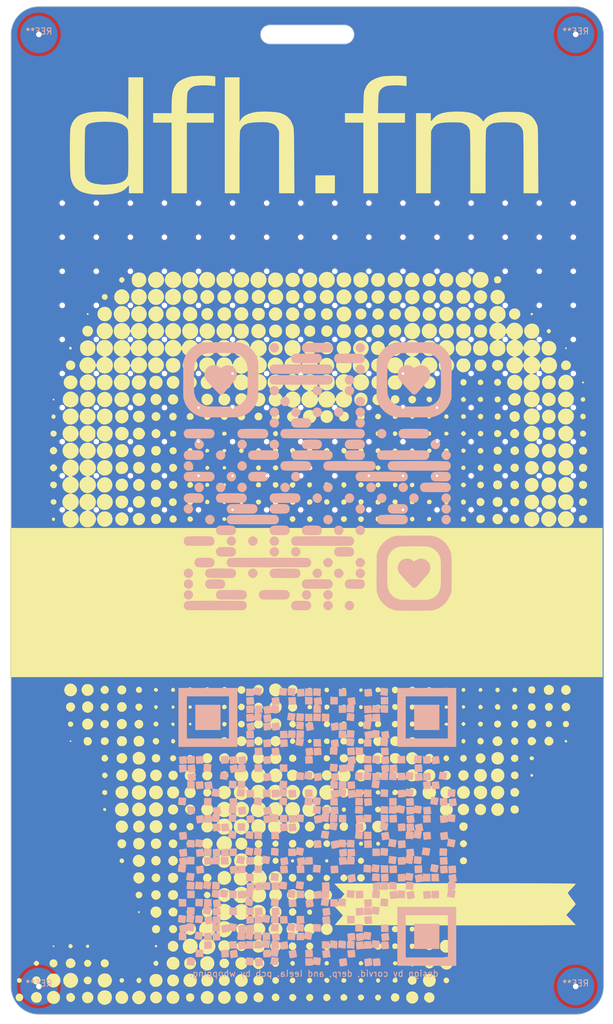
<source format=kicad_pcb>
(kicad_pcb (version 20221018) (generator pcbnew)
  (layers (0 "F.Cu" signal) (31 "B.Cu" signal) (34 "B.Paste" user) (35 "F.Paste" user) (36 "B.SilkS" user "B.Silkscreen") (37 "F.SilkS" user "F.Silkscreen") (38 "B.Mask" user) (39 "F.Mask" user) (44 "Edge.Cuts" user))
  (net 0 "")
  (footprint "footprints:tiny_hole" (layer "F.Cu") (at 123.7 75.05)
    (fp_text reference "REF**" hide)
    (fp_text value "tiny_hole" hide)
    (pad "" np_thru_hole circle (at 0 0) (size 0.4 0.4) (drill 0.4) (layers "F&B.Cu" "*.Mask"))
  )
  (footprint "footprints:tiny_hole" (layer "F.Cu") (at 58 58.625)
    (fp_text reference "REF**" hide)
    (fp_text value "tiny_hole" hide)
    (pad "" np_thru_hole circle (at 0 0) (size 0.4 0.4) (drill 0.4) (layers "F&B.Cu" "*.Mask"))
  )
  (footprint "footprints:tiny_hole" (layer "F.Cu") (at 112.75 64.1)
    (fp_text reference "REF**" hide)
    (fp_text value "tiny_hole" hide)
    (pad "" np_thru_hole circle (at 0 0) (size 0.4 0.4) (drill 0.4) (layers "F&B.Cu" "*.Mask"))
  )
  (footprint "footprints:tiny_hole" (layer "F.Cu") (at 90.85 80.525)
    (fp_text reference "REF**" hide)
    (fp_text value "tiny_hole" hide)
    (pad "" np_thru_hole circle (at 0 0) (size 0.4 0.4) (drill 0.4) (layers "F&B.Cu" "*.Mask"))
  )
  (footprint "footprints:tiny_hole" (layer "F.Cu") (at 129.175 69.575)
    (fp_text reference "REF**" hide)
    (fp_text value "tiny_hole" hide)
    (pad "" np_thru_hole circle (at 0 0) (size 0.4 0.4) (drill 0.4) (layers "F&B.Cu" "*.Mask"))
  )
  (footprint "footprints:tiny_hole" (layer "F.Cu") (at 85.375 102.425)
    (fp_text reference "REF**" hide)
    (fp_text value "tiny_hole" hide)
    (pad "" np_thru_hole circle (at 0 0) (size 0.4 0.4) (drill 0.4) (layers "F&B.Cu" "*.Mask"))
  )
  (footprint "footprints:tiny_hole" (layer "F.Cu") (at 63.475 80.525)
    (fp_text reference "REF**" hide)
    (fp_text value "tiny_hole" hide)
    (pad "" np_thru_hole circle (at 0 0) (size 0.4 0.4) (drill 0.4) (layers "F&B.Cu" "*.Mask"))
  )
  (footprint "footprints:tiny_hole" (layer "F.Cu") (at 74.425 86)
    (fp_text reference "REF**" hide)
    (fp_text value "tiny_hole" hide)
    (pad "" np_thru_hole circle (at 0 0) (size 0.4 0.4) (drill 0.4) (layers "F&B.Cu" "*.Mask"))
  )
  (footprint "footprints:tiny_hole" (layer "F.Cu") (at 79.9 86)
    (fp_text reference "REF**" hide)
    (fp_text value "tiny_hole" hide)
    (pad "" np_thru_hole circle (at 0 0) (size 0.4 0.4) (drill 0.4) (layers "F&B.Cu" "*.Mask"))
  )
  (footprint "footprints:tiny_hole" (layer "F.Cu") (at 96.325 102.425)
    (fp_text reference "REF**" hide)
    (fp_text value "tiny_hole" hide)
    (pad "" np_thru_hole circle (at 0 0) (size 0.4 0.4) (drill 0.4) (layers "F&B.Cu" "*.Mask"))
  )
  (footprint "footprints:tiny_hole" (layer "F.Cu") (at 96.325 75.05)
    (fp_text reference "REF**" hide)
    (fp_text value "tiny_hole" hide)
    (pad "" np_thru_hole circle (at 0 0) (size 0.4 0.4) (drill 0.4) (layers "F&B.Cu" "*.Mask"))
  )
  (footprint "footprints:tiny_hole" (layer "F.Cu") (at 68.95 107.9)
    (fp_text reference "REF**" hide)
    (fp_text value "tiny_hole" hide)
    (pad "" np_thru_hole circle (at 0 0) (size 0.4 0.4) (drill 0.4) (layers "F&B.Cu" "*.Mask"))
  )
  (footprint "footprints:tiny_hole" (layer "F.Cu") (at 90.85 69.575)
    (fp_text reference "REF**" hide)
    (fp_text value "tiny_hole" hide)
    (pad "" np_thru_hole circle (at 0 0) (size 0.4 0.4) (drill 0.4) (layers "F&B.Cu" "*.Mask"))
  )
  (footprint "footprints:tiny_hole" (layer "F.Cu") (at 101.8 75.05)
    (fp_text reference "REF**" hide)
    (fp_text value "tiny_hole" hide)
    (pad "" np_thru_hole circle (at 0 0) (size 0.4 0.4) (drill 0.4) (layers "F&B.Cu" "*.Mask"))
  )
  (footprint "footprints:tiny_hole" (layer "F.Cu") (at 96.325 58.625)
    (fp_text reference "REF**" hide)
    (fp_text value "tiny_hole" hide)
    (pad "" np_thru_hole circle (at 0 0) (size 0.4 0.4) (drill 0.4) (layers "F&B.Cu" "*.Mask"))
  )
  (footprint "footprints:tiny_hole" (layer "F.Cu") (at 85.375 91.475)
    (fp_text reference "REF**" hide)
    (fp_text value "tiny_hole" hide)
    (pad "" np_thru_hole circle (at 0 0) (size 0.4 0.4) (drill 0.4) (layers "F&B.Cu" "*.Mask"))
  )
  (footprint "footprints:tiny_hole" (layer "F.Cu") (at 118.225 96.95)
    (fp_text reference "REF**" hide)
    (fp_text value "tiny_hole" hide)
    (pad "" np_thru_hole circle (at 0 0) (size 0.4 0.4) (drill 0.4) (layers "F&B.Cu" "*.Mask"))
  )
  (footprint "footprints:tiny_hole" (layer "F.Cu") (at 118.225 102.425)
    (fp_text reference "REF**" hide)
    (fp_text value "tiny_hole" hide)
    (pad "" np_thru_hole circle (at 0 0) (size 0.4 0.4) (drill 0.4) (layers "F&B.Cu" "*.Mask"))
  )
  (footprint "footprints:tiny_hole" (layer "F.Cu") (at 129.175 58.625)
    (fp_text reference "REF**" hide)
    (fp_text value "tiny_hole" hide)
    (pad "" np_thru_hole circle (at 0 0) (size 0.4 0.4) (drill 0.4) (layers "F&B.Cu" "*.Mask"))
  )
  (footprint "footprints:tiny_hole" (layer "F.Cu") (at 85.375 107.9)
    (fp_text reference "REF**" hide)
    (fp_text value "tiny_hole" hide)
    (pad "" np_thru_hole circle (at 0 0) (size 0.4 0.4) (drill 0.4) (layers "F&B.Cu" "*.Mask"))
  )
  (footprint "footprints:tiny_hole" (layer "F.Cu") (at 79.9 64.1)
    (fp_text reference "REF**" hide)
    (fp_text value "tiny_hole" hide)
    (pad "" np_thru_hole circle (at 0 0) (size 0.4 0.4) (drill 0.4) (layers "F&B.Cu" "*.Mask"))
  )
  (footprint "footprints:tiny_hole" (layer "F.Cu") (at 90.85 102.425)
    (fp_text reference "REF**" hide)
    (fp_text value "tiny_hole" hide)
    (pad "" np_thru_hole circle (at 0 0) (size 0.4 0.4) (drill 0.4) (layers "F&B.Cu" "*.Mask"))
  )
  (footprint "footprints:tiny_hole" (layer "F.Cu") (at 74.425 107.9)
    (fp_text reference "REF**" hide)
    (fp_text value "tiny_hole" hide)
    (pad "" np_thru_hole circle (at 0 0) (size 0.4 0.4) (drill 0.4) (layers "F&B.Cu" "*.Mask"))
  )
  (footprint "footprints:tiny_hole" (layer "F.Cu") (at 107.275 58.625)
    (fp_text reference "REF**" hide)
    (fp_text value "tiny_hole" hide)
    (pad "" np_thru_hole circle (at 0 0) (size 0.4 0.4) (drill 0.4) (layers "F&B.Cu" "*.Mask"))
  )
  (footprint "footprints:tiny_hole" (layer "F.Cu") (at 134.65 64.1)
    (fp_text reference "REF**" hide)
    (fp_text value "tiny_hole" hide)
    (pad "" np_thru_hole circle (at 0 0) (size 0.4 0.4) (drill 0.4) (layers "F&B.Cu" "*.Mask"))
  )
  (footprint "footprints:tiny_hole" (layer "F.Cu") (at 85.375 96.95)
    (fp_text reference "REF**" hide)
    (fp_text value "tiny_hole" hide)
    (pad "" np_thru_hole circle (at 0 0) (size 0.4 0.4) (drill 0.4) (layers "F&B.Cu" "*.Mask"))
  )
  (footprint "footprints:tiny_hole" (layer "F.Cu") (at 123.7 64.1)
    (fp_text reference "REF**" hide)
    (fp_text value "tiny_hole" hide)
    (pad "" np_thru_hole circle (at 0 0) (size 0.4 0.4) (drill 0.4) (layers "F&B.Cu" "*.Mask"))
  )
  (footprint "footprints:tiny_hole" (layer "F.Cu") (at 90.85 91.475)
    (fp_text reference "REF**" hide)
    (fp_text value "tiny_hole" hide)
    (pad "" np_thru_hole circle (at 0 0) (size 0.4 0.4) (drill 0.4) (layers "F&B.Cu" "*.Mask"))
  )
  (footprint "footprints:tiny_hole" (layer "F.Cu") (at 134.65 86)
    (fp_text reference "REF**" hide)
    (fp_text value "tiny_hole" hide)
    (pad "" np_thru_hole circle (at 0 0) (size 0.4 0.4) (drill 0.4) (layers "F&B.Cu" "*.Mask"))
  )
  (footprint "footprints:tiny_hole" (layer "F.Cu") (at 79.9 102.425)
    (fp_text reference "REF**" hide)
    (fp_text value "tiny_hole" hide)
    (pad "" np_thru_hole circle (at 0 0) (size 0.4 0.4) (drill 0.4) (layers "F&B.Cu" "*.Mask"))
  )
  (footprint "footprints:tiny_hole" (layer "F.Cu") (at 63.475 58.625)
    (fp_text reference "REF**" hide)
    (fp_text value "tiny_hole" hide)
    (pad "" np_thru_hole circle (at 0 0) (size 0.4 0.4) (drill 0.4) (layers "F&B.Cu" "*.Mask"))
  )
  (footprint "footprints:silkscreen" (layer "F.Cu") (at 97.243019 112.755519)
    (fp_text reference "G***" (at 0 0) (layer "F.SilkS") (effects (font (size 1.5 1.5) (thickness 0.3))))
    (fp_text value "LOGO" hide)
  )
  (footprint "footprints:tiny_hole" (layer "F.Cu") (at 129.175 91.475)
    (fp_text reference "REF**" hide)
    (fp_text value "tiny_hole" hide)
    (pad "" np_thru_hole circle (at 0 0) (size 0.4 0.4) (drill 0.4) (layers "F&B.Cu" "*.Mask"))
  )
  (footprint "footprints:tiny_hole" (layer "F.Cu") (at 123.7 91.475)
    (fp_text reference "REF**" hide)
    (fp_text value "tiny_hole" hide)
    (pad "" np_thru_hole circle (at 0 0) (size 0.4 0.4) (drill 0.4) (layers "F&B.Cu" "*.Mask"))
  )
  (footprint "footprints:tiny_hole" (layer "F.Cu") (at 129.175 96.95)
    (fp_text reference "REF**" hide)
    (fp_text value "tiny_hole" hide)
    (pad "" np_thru_hole circle (at 0 0) (size 0.4 0.4) (drill 0.4) (layers "F&B.Cu" "*.Mask"))
  )
  (footprint "footprints:tiny_hole" (layer "F.Cu") (at 107.275 102.425)
    (fp_text reference "REF**" hide)
    (fp_text value "tiny_hole" hide)
    (pad "" np_thru_hole circle (at 0 0) (size 0.4 0.4) (drill 0.4) (layers "F&B.Cu" "*.Mask"))
  )
  (footprint "footprints:tiny_hole" (layer "F.Cu") (at 118.225 107.9)
    (fp_text reference "REF**" hide)
    (fp_text value "tiny_hole" hide)
    (pad "" np_thru_hole circle (at 0 0) (size 0.4 0.4) (drill 0.4) (layers "F&B.Cu" "*.Mask"))
  )
  (footprint "footprints:tiny_hole" (layer "F.Cu") (at 107.275 80.525)
    (fp_text reference "REF**" hide)
    (fp_text value "tiny_hole" hide)
    (pad "" np_thru_hole circle (at 0 0) (size 0.4 0.4) (drill 0.4) (layers "F&B.Cu" "*.Mask"))
  )
  (footprint "footprints:tiny_hole" (layer "F.Cu") (at 140.125 96.95)
    (fp_text reference "REF**" hide)
    (fp_text value "tiny_hole" hide)
    (pad "" np_thru_hole circle (at 0 0) (size 0.4 0.4) (drill 0.4) (layers "F&B.Cu" "*.Mask"))
  )
  (footprint "footprints:tiny_hole" (layer "F.Cu") (at 101.8 80.525)
    (fp_text reference "REF**" hide)
    (fp_text value "tiny_hole" hide)
    (pad "" np_thru_hole circle (at 0 0) (size 0.4 0.4) (drill 0.4) (layers "F&B.Cu" "*.Mask"))
  )
  (footprint "footprints:tiny_hole" (layer "F.Cu") (at 101.8 91.475)
    (fp_text reference "REF**" hide)
    (fp_text value "tiny_hole" hide)
    (pad "" np_thru_hole circle (at 0 0) (size 0.4 0.4) (drill 0.4) (layers "F&B.Cu" "*.Mask"))
  )
  (footprint "footprints:tiny_hole" (layer "F.Cu") (at 134.65 107.9)
    (fp_text reference "REF**" hide)
    (fp_text value "tiny_hole" hide)
    (pad "" np_thru_hole circle (at 0 0) (size 0.4 0.4) (drill 0.4) (layers "F&B.Cu" "*.Mask"))
  )
  (footprint "footprints:tiny_hole" (layer "F.Cu") (at 129.175 64.1)
    (fp_text reference "REF**" hide)
    (fp_text value "tiny_hole" hide)
    (pad "" np_thru_hole circle (at 0 0) (size 0.4 0.4) (drill 0.4) (layers "F&B.Cu" "*.Mask"))
  )
  (footprint "footprints:tiny_hole" (layer "F.Cu") (at 68.95 64.1)
    (fp_text reference "REF**" hide)
    (fp_text value "tiny_hole" hide)
    (pad "" np_thru_hole circle (at 0 0) (size 0.4 0.4) (drill 0.4) (layers "F&B.Cu" "*.Mask"))
  )
  (footprint "footprints:tiny_hole" (layer "F.Cu") (at 90.85 96.95)
    (fp_text reference "REF**" hide)
    (fp_text value "tiny_hole" hide)
    (pad "" np_thru_hole circle (at 0 0) (size 0.4 0.4) (drill 0.4) (layers "F&B.Cu" "*.Mask"))
  )
  (footprint "footprints:tiny_hole" (layer "F.Cu") (at 90.85 107.9)
    (fp_text reference "REF**" hide)
    (fp_text value "tiny_hole" hide)
    (pad "" np_thru_hole circle (at 0 0) (size 0.4 0.4) (drill 0.4) (layers "F&B.Cu" "*.Mask"))
  )
  (footprint "footprints:tiny_hole" (layer "F.Cu") (at 134.65 102.425)
    (fp_text reference "REF**" hide)
    (fp_text value "tiny_hole" hide)
    (pad "" np_thru_hole circle (at 0 0) (size 0.4 0.4) (drill 0.4) (layers "F&B.Cu" "*.Mask"))
  )
  (footprint "footprints:tiny_hole" (layer "F.Cu") (at 123.7 58.625)
    (fp_text reference "REF**" hide)
    (fp_text value "tiny_hole" hide)
    (pad "" np_thru_hole circle (at 0 0) (size 0.4 0.4) (drill 0.4) (layers "F&B.Cu" "*.Mask"))
  )
  (footprint "footprints:tiny_hole" (layer "F.Cu") (at 79.9 96.95)
    (fp_text reference "REF**" hide)
    (fp_text value "tiny_hole" hide)
    (pad "" np_thru_hole circle (at 0 0) (size 0.4 0.4) (drill 0.4) (layers "F&B.Cu" "*.Mask"))
  )
  (footprint "footprints:tiny_hole" (layer "F.Cu") (at 96.325 96.95)
    (fp_text reference "REF**" hide)
    (fp_text value "tiny_hole" hide)
    (pad "" np_thru_hole circle (at 0 0) (size 0.4 0.4) (drill 0.4) (layers "F&B.Cu" "*.Mask"))
  )
  (footprint "footprints:tiny_hole" (layer "F.Cu") (at 140.125 107.9)
    (fp_text reference "REF**" hide)
    (fp_text value "tiny_hole" hide)
    (pad "" np_thru_hole circle (at 0 0) (size 0.4 0.4) (drill 0.4) (layers "F&B.Cu" "*.Mask"))
  )
  (footprint "footprints:tiny_hole" (layer "F.Cu") (at 63.475 102.425)
    (fp_text reference "REF**" hide)
    (fp_text value "tiny_hole" hide)
    (pad "" np_thru_hole circle (at 0 0) (size 0.4 0.4) (drill 0.4) (layers "F&B.Cu" "*.Mask"))
  )
  (footprint "footprints:tiny_hole" (layer "F.Cu") (at 58 75.05)
    (fp_text reference "REF**" hide)
    (fp_text value "tiny_hole" hide)
    (pad "" np_thru_hole circle (at 0 0) (size 0.4 0.4) (drill 0.4) (layers "F&B.Cu" "*.Mask"))
  )
  (footprint "footprints:tiny_hole" (layer "F.Cu") (at 74.425 102.425)
    (fp_text reference "REF**" hide)
    (fp_text value "tiny_hole" hide)
    (pad "" np_thru_hole circle (at 0 0) (size 0.4 0.4) (drill 0.4) (layers "F&B.Cu" "*.Mask"))
  )
  (footprint "footprints:tiny_hole" (layer "F.Cu") (at 74.425 75.05)
    (fp_text reference "REF**" hide)
    (fp_text value "tiny_hole" hide)
    (pad "" np_thru_hole circle (at 0 0) (size 0.4 0.4) (drill 0.4) (layers "F&B.Cu" "*.Mask"))
  )
  (footprint "footprints:tiny_hole" (layer "F.Cu") (at 85.375 64.1)
    (fp_text reference "REF**" hide)
    (fp_text value "tiny_hole" hide)
    (pad "" np_thru_hole circle (at 0 0) (size 0.4 0.4) (drill 0.4) (layers "F&B.Cu" "*.Mask"))
  )
  (footprint "footprints:tiny_hole" (layer "F.Cu") (at 112.75 58.625)
    (fp_text reference "REF**" hide)
    (fp_text value "tiny_hole" hide)
    (pad "" np_thru_hole circle (at 0 0) (size 0.4 0.4) (drill 0.4) (layers "F&B.Cu" "*.Mask"))
  )
  (footprint "footprints:tiny_hole" (layer "F.Cu") (at 74.425 91.475)
    (fp_text reference "REF**" hide)
    (fp_text value "tiny_hole" hide)
    (pad "" np_thru_hole circle (at 0 0) (size 0.4 0.4) (drill 0.4) (layers "F&B.Cu" "*.Mask"))
  )
  (footprint "footprints:tiny_hole" (layer "F.Cu") (at 63.475 75.05)
    (fp_text reference "REF**" hide)
    (fp_text value "tiny_hole" hide)
    (pad "" np_thru_hole circle (at 0 0) (size 0.4 0.4) (drill 0.4) (layers "F&B.Cu" "*.Mask"))
  )
  (footprint "footprints:tiny_hole" (layer "F.Cu") (at 68.95 102.425)
    (fp_text reference "REF**" hide)
    (fp_text value "tiny_hole" hide)
    (pad "" np_thru_hole circle (at 0 0) (size 0.4 0.4) (drill 0.4) (layers "F&B.Cu" "*.Mask"))
  )
  (footprint "footprints:tiny_hole" (layer "F.Cu") (at 134.65 58.625)
    (fp_text reference "REF**" hide)
    (fp_text value "tiny_hole" hide)
    (pad "" np_thru_hole circle (at 0 0) (size 0.4 0.4) (drill 0.4) (layers "F&B.Cu" "*.Mask"))
  )
  (footprint "footprints:tiny_hole" (layer "F.Cu") (at 58 107.9)
    (fp_text reference "REF**" hide)
    (fp_text value "tiny_hole" hide)
    (pad "" np_thru_hole circle (at 0 0) (size 0.4 0.4) (drill 0.4) (layers "F&B.Cu" "*.Mask"))
  )
  (footprint "footprints:tiny_hole" (layer "F.Cu") (at 140.125 86)
    (fp_text reference "REF**" hide)
    (fp_text value "tiny_hole" hide)
    (pad "" np_thru_hole circle (at 0 0) (size 0.4 0.4) (drill 0.4) (layers "F&B.Cu" "*.Mask"))
  )
  (footprint "footprints:tiny_hole" (layer "F.Cu") (at 96.325 107.9)
    (fp_text reference "REF**" hide)
    (fp_text value "tiny_hole" hide)
    (pad "" np_thru_hole circle (at 0 0) (size 0.4 0.4) (drill 0.4) (layers "F&B.Cu" "*.Mask"))
  )
  (footprint "footprints:tiny_hole" (layer "F.Cu") (at 107.275 86)
    (fp_text reference "REF**" hide)
    (fp_text value "tiny_hole" hide)
    (pad "" np_thru_hole circle (at 0 0) (size 0.4 0.4) (drill 0.4) (layers "F&B.Cu" "*.Mask"))
  )
  (footprint "footprints:tiny_hole" (layer "F.Cu") (at 129.175 86)
    (fp_text reference "REF**" hide)
    (fp_text value "tiny_hole" hide)
    (pad "" np_thru_hole circle (at 0 0) (size 0.4 0.4) (drill 0.4) (layers "F&B.Cu" "*.Mask"))
  )
  (footprint "footprints:tiny_hole" (layer "F.Cu") (at 90.85 58.625)
    (fp_text reference "REF**" hide)
    (fp_text value "tiny_hole" hide)
    (pad "" np_thru_hole circle (at 0 0) (size 0.4 0.4) (drill 0.4) (layers "F&B.Cu" "*.Mask"))
  )
  (footprint "footprints:tiny_hole" (layer "F.Cu") (at 123.7 107.9)
    (fp_text reference "REF**" hide)
    (fp_text value "tiny_hole" hide)
    (pad "" np_thru_hole circle (at 0 0) (size 0.4 0.4) (drill 0.4) (layers "F&B.Cu" "*.Mask"))
  )
  (footprint "footprints:tiny_hole" (layer "F.Cu") (at 63.475 86)
    (fp_text reference "REF**" hide)
    (fp_text value "tiny_hole" hide)
    (pad "" np_thru_hole circle (at 0 0) (size 0.4 0.4) (drill 0.4) (layers "F&B.Cu" "*.Mask"))
  )
  (footprint "footprints:tiny_hole" (layer "F.Cu") (at 58 80.525)
    (fp_text reference "REF**" hide)
    (fp_text value "tiny_hole" hide)
    (pad "" np_thru_hole circle (at 0 0) (size 0.4 0.4) (drill 0.4) (layers "F&B.Cu" "*.Mask"))
  )
  (footprint "footprints:tiny_hole" (layer "F.Cu") (at 101.8 96.95)
    (fp_text reference "REF**" hide)
    (fp_text value "tiny_hole" hide)
    (pad "" np_thru_hole circle (at 0 0) (size 0.4 0.4) (drill 0.4) (layers "F&B.Cu" "*.Mask"))
  )
  (footprint "footprints:tiny_hole" (layer "F.Cu") (at 79.9 80.525)
    (fp_text reference "REF**" hide)
    (fp_text value "tiny_hole" hide)
    (pad "" np_thru_hole circle (at 0 0) (size 0.4 0.4) (drill 0.4) (layers "F&B.Cu" "*.Mask"))
  )
  (footprint "footprints:tiny_hole" (layer "F.Cu") (at 107.275 107.9)
    (fp_text reference "REF**" hide)
    (fp_text value "tiny_hole" hide)
    (pad "" np_thru_hole circle (at 0 0) (size 0.4 0.4) (drill 0.4) (layers "F&B.Cu" "*.Mask"))
  )
  (footprint "footprints:tiny_hole" (layer "F.Cu") (at 74.425 96.95)
    (fp_text reference "REF**" hide)
    (fp_text value "tiny_hole" hide)
    (pad "" np_thru_hole circle (at 0 0) (size 0.4 0.4) (drill 0.4) (layers "F&B.Cu" "*.Mask"))
  )
  (footprint "footprints:tiny_hole" (layer "F.Cu") (at 118.225 80.525)
    (fp_text reference "REF**" hide)
    (fp_text value "tiny_hole" hide)
    (pad "" np_thru_hole circle (at 0 0) (size 0.4 0.4) (drill 0.4) (layers "F&B.Cu" "*.Mask"))
  )
  (footprint "footprints:tiny_hole" (layer "F.Cu") (at 79.9 91.475)
    (fp_text reference "REF**" hide)
    (fp_text value "tiny_hole" hide)
    (pad "" np_thru_hole circle (at 0 0) (size 0.4 0.4) (drill 0.4) (layers "F&B.Cu" "*.Mask"))
  )
  (footprint "footprints:tiny_hole" (layer "F.Cu") (at 140.125 64.1)
    (fp_text reference "REF**" hide)
    (fp_text value "tiny_hole" hide)
    (pad "" np_thru_hole circle (at 0 0) (size 0.4 0.4) (drill 0.4) (layers "F&B.Cu" "*.Mask"))
  )
  (footprint "footprints:tiny_hole" (layer "F.Cu") (at 129.175 80.525)
    (fp_text reference "REF**" hide)
    (fp_text value "tiny_hole" hide)
    (pad "" np_thru_hole circle (at 0 0) (size 0.4 0.4) (drill 0.4) (layers "F&B.Cu" "*.Mask"))
  )
  (footprint "footprints:tiny_hole" (layer "F.Cu") (at 85.375 69.575)
    (fp_text reference "REF**" hide)
    (fp_text value "tiny_hole" hide)
    (pad "" np_thru_hole circle (at 0 0) (size 0.4 0.4) (drill 0.4) (layers "F&B.Cu" "*.Mask"))
  )
  (footprint "footprints:tiny_hole" (layer "F.Cu") (at 79.9 69.575)
    (fp_text reference "REF**" hide)
    (fp_text value "tiny_hole" hide)
    (pad "" np_thru_hole circle (at 0 0) (size 0.4 0.4) (drill 0.4) (layers "F&B.Cu" "*.Mask"))
  )
  (footprint "footprints:tiny_hole" (layer "F.Cu") (at 58 91.475)
    (fp_text reference "REF**" hide)
    (fp_text value "tiny_hole" hide)
    (pad "" np_thru_hole circle (at 0 0) (size 0.4 0.4) (drill 0.4) (layers "F&B.Cu" "*.Mask"))
  )
  (footprint "footprints:tiny_hole" (layer "F.Cu") (at 112.75 69.575)
    (fp_text reference "REF**" hide)
    (fp_text value "tiny_hole" hide)
    (pad "" np_thru_hole circle (at 0 0) (size 0.4 0.4) (drill 0.4) (layers "F&B.Cu" "*.Mask"))
  )
  (footprint "footprints:tiny_hole" (layer "F.Cu") (at 58 96.95)
    (fp_text reference "REF**" hide)
    (fp_text value "tiny_hole" hide)
    (pad "" np_thru_hole circle (at 0 0) (size 0.4 0.4) (drill 0.4) (layers "F&B.Cu" "*.Mask"))
  )
  (footprint "footprints:tiny_hole" (layer "F.Cu") (at 96.325 86)
    (fp_text reference "REF**" hide)
    (fp_text value "tiny_hole" hide)
    (pad "" np_thru_hole circle (at 0 0) (size 0.4 0.4) (drill 0.4) (layers "F&B.Cu" "*.Mask"))
  )
  (footprint "footprints:tiny_hole" (layer "F.Cu") (at 107.275 91.475)
    (fp_text reference "REF**" hide)
    (fp_text value "tiny_hole" hide)
    (pad "" np_thru_hole circle (at 0 0) (size 0.4 0.4) (drill 0.4) (layers "F&B.Cu" "*.Mask"))
  )
  (footprint "footprints:tiny_hole" (layer "F.Cu") (at 68.95 91.475)
    (fp_text reference "REF**" hide)
    (fp_text value "tiny_hole" hide)
    (pad "" np_thru_hole circle (at 0 0) (size 0.4 0.4) (drill 0.4) (layers "F&B.Cu" "*.Mask"))
  )
  (footprint "footprints:tiny_hole" (layer "F.Cu") (at 118.225 64.1)
    (fp_text reference "REF**" hide)
    (fp_text value "tiny_hole" hide)
    (pad "" np_thru_hole circle (at 0 0) (size 0.4 0.4) (drill 0.4) (layers "F&B.Cu" "*.Mask"))
  )
  (footprint "footprints:tiny_hole" (layer "F.Cu") (at 118.225 86)
    (fp_text reference "REF**" hide)
    (fp_text value "tiny_hole" hide)
    (pad "" np_thru_hole circle (at 0 0) (size 0.4 0.4) (drill 0.4) (layers "F&B.Cu" "*.Mask"))
  )
  (footprint "footprints:tiny_hole" (layer "F.Cu") (at 85.375 86)
    (fp_text reference "REF**" hide)
    (fp_text value "tiny_hole" hide)
    (pad "" np_thru_hole circle (at 0 0) (size 0.4 0.4) (drill 0.4) (layers "F&B.Cu" "*.Mask"))
  )
  (footprint "footprints:tiny_hole" (layer "F.Cu") (at 112.75 96.95)
    (fp_text reference "REF**" hide)
    (fp_text value "tiny_hole" hide)
    (pad "" np_thru_hole circle (at 0 0) (size 0.4 0.4) (drill 0.4) (layers "F&B.Cu" "*.Mask"))
  )
  (footprint "footprints:tiny_hole" (layer "F.Cu") (at 96.325 91.475)
    (fp_text reference "REF**" hide)
    (fp_text value "tiny_hole" hide)
    (pad "" np_thru_hole circle (at 0 0) (size 0.4 0.4) (drill 0.4) (layers "F&B.Cu" "*.Mask"))
  )
  (footprint "footprints:tiny_hole" (layer "F.Cu") (at 129.175 102.425)
    (fp_text reference "REF**" hide)
    (fp_text value "tiny_hole" hide)
    (pad "" np_thru_hole circle (at 0 0) (size 0.4 0.4) (drill 0.4) (layers "F&B.Cu" "*.Mask"))
  )
  (footprint "footprints:tiny_hole" (layer "F.Cu") (at 63.475 96.95)
    (fp_text reference "REF**" hide)
    (fp_text value "tiny_hole" hide)
    (pad "" np_thru_hole circle (at 0 0) (size 0.4 0.4) (drill 0.4) (layers "F&B.Cu" "*.Mask"))
  )
  (footprint "footprints:tiny_hole" (layer "F.Cu") (at 101.8 102.425)
    (fp_text reference "REF**" hide)
    (fp_text value "tiny_hole" hide)
    (pad "" np_thru_hole circle (at 0 0) (size 0.4 0.4) (drill 0.4) (layers "F&B.Cu" "*.Mask"))
  )
  (footprint "footprints:tiny_hole" (layer "F.Cu") (at 134.65 80.525)
    (fp_text reference "REF**" hide)
    (fp_text value "tiny_hole" hide)
    (pad "" np_thru_hole circle (at 0 0) (size 0.4 0.4) (drill 0.4) (layers "F&B.Cu" "*.Mask"))
  )
  (footprint "footprints:tiny_hole" (layer "F.Cu") (at 63.475 91.475)
    (fp_text reference "REF**" hide)
    (fp_text value "tiny_hole" hide)
    (pad "" np_thru_hole circle (at 0 0) (size 0.4 0.4) (drill 0.4) (layers "F&B.Cu" "*.Mask"))
  )
  (footprint "footprints:tiny_hole" (layer "F.Cu") (at 140.125 58.625)
    (fp_text reference "REF**" hide)
    (fp_text value "tiny_hole" hide)
    (pad "" np_thru_hole circle (at 0 0) (size 0.4 0.4) (drill 0.4) (layers "F&B.Cu" "*.Mask"))
  )
  (footprint "footprints:tiny_hole" (layer "F.Cu") (at 68.95 69.575)
    (fp_text reference "REF**" hide)
    (fp_text value "tiny_hole" hide)
    (pad "" np_thru_hole circle (at 0 0) (size 0.4 0.4) (drill 0.4) (layers "F&B.Cu" "*.Mask"))
  )
  (footprint "footprints:tiny_hole" (layer "F.Cu") (at 123.7 80.525)
    (fp_text reference "REF**" hide)
    (fp_text value "tiny_hole" hide)
    (pad "" np_thru_hole circle (at 0 0) (size 0.4 0.4) (drill 0.4) (layers "F&B.Cu" "*.Mask"))
  )
  (footprint "footprints:tiny_hole" (layer "F.Cu") (at 129.175 75.05)
    (fp_text reference "REF**" hide)
    (fp_text value "tiny_hole" hide)
    (pad "" np_thru_hole circle (at 0 0) (size 0.4 0.4) (drill 0.4) (layers "F&B.Cu" "*.Mask"))
  )
  (footprint "footprints:tiny_hole" (layer "F.Cu") (at 90.85 64.1)
    (fp_text reference "REF**" hide)
    (fp_text value "tiny_hole" hide)
    (pad "" np_thru_hole circle (at 0 0) (size 0.4 0.4) (drill 0.4) (layers "F&B.Cu" "*.Mask"))
  )
  (footprint "footprints:tiny_hole" (layer "F.Cu") (at 63.475 107.9)
    (fp_text reference "REF**" hide)
    (fp_text value "tiny_hole" hide)
    (pad "" np_thru_hole circle (at 0 0) (size 0.4 0.4) (drill 0.4) (layers "F&B.Cu" "*.Mask"))
  )
  (footprint "footprints:tiny_hole" (layer "F.Cu") (at 68.95 75.05)
    (fp_text reference "REF**" hide)
    (fp_text value "tiny_hole" hide)
    (pad "" np_thru_hole circle (at 0 0) (size 0.4 0.4) (drill 0.4) (layers "F&B.Cu" "*.Mask"))
  )
  (footprint "footprints:tiny_hole" (layer "F.Cu") (at 140.125 69.575)
    (fp_text reference "REF**" hide)
    (fp_text value "tiny_hole" hide)
    (pad "" np_thru_hole circle (at 0 0) (size 0.4 0.4) (drill 0.4) (layers "F&B.Cu" "*.Mask"))
  )
  (footprint "footprints:tiny_hole" (layer "F.Cu") (at 58 64.1)
    (fp_text reference "REF**" hide)
    (fp_text value "tiny_hole" hide)
    (pad "" np_thru_hole circle (at 0 0) (size 0.4 0.4) (drill 0.4) (layers "F&B.Cu" "*.Mask"))
  )
  (footprint "footprints:tiny_hole" (layer "F.Cu") (at 96.325 69.575)
    (fp_text reference "REF**" hide)
    (fp_text value "tiny_hole" hide)
    (pad "" np_thru_hole circle (at 0 0) (size 0.4 0.4) (drill 0.4) (layers "F&B.Cu" "*.Mask"))
  )
  (footprint "footprints:tiny_hole" (layer "F.Cu") (at 118.225 58.625)
    (fp_text reference "REF**" hide)
    (fp_text value "tiny_hole" hide)
    (pad "" np_thru_hole circle (at 0 0) (size 0.4 0.4) (drill 0.4) (layers "F&B.Cu" "*.Mask"))
  )
  (footprint "footprints:tiny_hole" (layer "F.Cu") (at 112.75 75.05)
    (fp_text reference "REF**" hide)
    (fp_text value "tiny_hole" hide)
    (pad "" np_thru_hole circle (at 0 0) (size 0.4 0.4) (drill 0.4) (layers "F&B.Cu" "*.Mask"))
  )
  (footprint "footprints:tiny_hole" (layer "F.Cu") (at 123.7 86)
    (fp_text reference "REF**" hide)
    (fp_text value "tiny_hole" hide)
    (pad "" np_thru_hole circle (at 0 0) (size 0.4 0.4) (drill 0.4) (layers "F&B.Cu" "*.Mask"))
  )
  (footprint "footprints:tiny_hole" (layer "F.Cu") (at 63.475 64.1)
    (fp_text reference "REF**" hide)
    (fp_text value "tiny_hole" hide)
    (pad "" np_thru_hole circle (at 0 0) (size 0.4 0.4) (drill 0.4) (layers "F&B.Cu" "*.Mask"))
  )
  (footprint "footprints:tiny_hole" (layer "F.Cu") (at 101.8 69.575)
    (fp_text reference "REF**" hide)
    (fp_text value "tiny_hole" hide)
    (pad "" np_thru_hole circle (at 0 0) (size 0.4 0.4) (drill 0.4) (layers "F&B.Cu" "*.Mask"))
  )
  (footprint "footprints:tiny_hole" (layer "F.Cu") (at 123.7 69.575)
    (fp_text reference "REF**" hide)
    (fp_text value "tiny_hole" hide)
    (pad "" np_thru_hole circle (at 0 0) (size 0.4 0.4) (drill 0.4) (layers "F&B.Cu" "*.Mask"))
  )
  (footprint "footprints:tiny_hole" (layer "F.Cu") (at 74.425 58.625)
    (fp_text reference "REF**" hide)
    (fp_text value "tiny_hole" hide)
    (pad "" np_thru_hole circle (at 0 0) (size 0.4 0.4) (drill 0.4) (layers "F&B.Cu" "*.Mask"))
  )
  (footprint "footprints:tiny_hole" (layer "F.Cu") (at 85.375 80.525)
    (fp_text reference "REF**" hide)
    (fp_text value "tiny_hole" hide)
    (pad "" np_thru_hole circle (at 0 0) (size 0.4 0.4) (drill 0.4) (layers "F&B.Cu" "*.Mask"))
  )
  (footprint "footprints:tiny_hole" (layer "F.Cu") (at 134.65 91.475)
    (fp_text reference "REF**" hide)
    (fp_text value "tiny_hole" hide)
    (pad "" np_thru_hole circle (at 0 0) (size 0.4 0.4) (drill 0.4) (layers "F&B.Cu" "*.Mask"))
  )
  (footprint "footprints:tiny_hole" (layer "F.Cu") (at 74.425 80.525)
    (fp_text reference "REF**" hide)
    (fp_text value "tiny_hole" hide)
    (pad "" np_thru_hole circle (at 0 0) (size 0.4 0.4) (drill 0.4) (layers "F&B.Cu" "*.Mask"))
  )
  (footprint "footprints:tiny_hole" (layer "F.Cu") (at 85.375 75.05)
    (fp_text reference "REF**" hide)
    (fp_text value "tiny_hole" hide)
    (pad "" np_thru_hole circle (at 0 0) (size 0.4 0.4) (drill 0.4) (layers "F&B.Cu" "*.Mask"))
  )
  (footprint "footprints:tiny_hole" (layer "F.Cu") (at 85.375 58.625)
    (fp_text reference "REF**" hide)
    (fp_text value "tiny_hole" hide)
    (pad "" np_thru_hole circle (at 0 0) (size 0.4 0.4) (drill 0.4) (layers "F&B.Cu" "*.Mask"))
  )
  (footprint "footprints:tiny_hole" (layer "F.Cu") (at 107.275 96.95)
    (fp_text reference "REF**" hide)
    (fp_text value "tiny_hole" hide)
    (pad "" np_thru_hole circle (at 0 0) (size 0.4 0.4) (drill 0.4) (layers "F&B.Cu" "*.Mask"))
  )
  (footprint "footprints:tiny_hole" (layer "F.Cu") (at 58 102.425)
    (fp_text reference "REF**" hide)
    (fp_text value "tiny_hole" hide)
    (pad "" np_thru_hole circle (at 0 0) (size 0.4 0.4) (drill 0.4) (layers "F&B.Cu" "*.Mask"))
  )
  (footprint "footprints:tiny_hole" (layer "F.Cu") (at 101.8 58.625)
    (fp_text reference "REF**" hide)
    (fp_text value "tiny_hole" hide)
    (pad "" np_thru_hole circle (at 0 0) (size 0.4 0.4) (drill 0.4) (layers "F&B.Cu" "*.Mask"))
  )
  (footprint "footprints:tiny_hole" (layer "F.Cu") (at 58 86)
    (fp_text reference "REF**" hide)
    (fp_text value "tiny_hole" hide)
    (pad "" np_thru_hole circle (at 0 0) (size 0.4 0.4) (drill 0.4) (layers "F&B.Cu" "*.Mask"))
  )
  (footprint "footprints:tiny_hole" (layer "F.Cu") (at 107.275 75.05)
    (fp_text reference "REF**" hide)
    (fp_text value "tiny_hole" hide)
    (pad "" np_thru_hole circle (at 0 0) (size 0.4 0.4) (drill 0.4) (layers "F&B.Cu" "*.Mask"))
  )
  (footprint "footprints:tiny_hole" (layer "F.Cu") (at 118.225 91.475)
    (fp_text reference "REF**" hide)
    (fp_text value "tiny_hole" hide)
    (pad "" np_thru_hole circle (at 0 0) (size 0.4 0.4) (drill 0.4) (layers "F&B.Cu" "*.Mask"))
  )
  (footprint "footprints:tiny_hole" (layer "F.Cu") (at 90.85 75.05)
    (fp_text reference "REF**" hide)
    (fp_text value "tiny_hole" hide)
    (pad "" np_thru_hole circle (at 0 0) (size 0.4 0.4) (drill 0.4) (layers "F&B.Cu" "*.Mask"))
  )
  (footprint "footprints:tiny_hole" (layer "F.Cu") (at 68.95 96.95)
    (fp_text reference "REF**" hide)
    (fp_text value "tiny_hole" hide)
    (pad "" np_thru_hole circle (at 0 0) (size 0.4 0.4) (drill 0.4) (layers "F&B.Cu" "*.Mask"))
  )
  (footprint "footprints:tiny_hole" (layer "F.Cu") (at 68.95 58.625)
    (fp_text reference "REF**" hide)
    (fp_text value "tiny_hole" hide)
    (pad "" np_thru_hole circle (at 0 0) (size 0.4 0.4) (drill 0.4) (layers "F&B.Cu" "*.Mask"))
  )
  (footprint "footprints:tiny_hole" (layer "F.Cu") (at 74.425 69.575)
    (fp_text reference "REF**" hide)
    (fp_text value "tiny_hole" hide)
    (pad "" np_thru_hole circle (at 0 0) (size 0.4 0.4) (drill 0.4) (layers "F&B.Cu" "*.Mask"))
  )
  (footprint "footprints:tiny_hole" (layer "F.Cu") (at 134.65 75.05)
    (fp_text reference "REF**" hide)
    (fp_text value "tiny_hole" hide)
    (pad "" np_thru_hole circle (at 0 0) (size 0.4 0.4) (drill 0.4) (layers "F&B.Cu" "*.Mask"))
  )
  (footprint "footprints:tiny_hole" (layer "F.Cu") (at 118.225 75.05)
    (fp_text reference "REF**" hide)
    (fp_text value "tiny_hole" hide)
    (pad "" np_thru_hole circle (at 0 0) (size 0.4 0.4) (drill 0.4) (layers "F&B.Cu" "*.Mask"))
  )
  (footprint "footprints:tiny_hole" (layer "F.Cu") (at 74.425 64.1)
    (fp_text reference "REF**" hide)
    (fp_text value "tiny_hole" hide)
    (pad "" np_thru_hole circle (at 0 0) (size 0.4 0.4) (drill 0.4) (layers "F&B.Cu" "*.Mask"))
  )
  (footprint "footprints:tiny_hole" (layer "F.Cu") (at 101.8 64.1)
    (fp_text reference "REF**" hide)
    (fp_text value "tiny_hole" hide)
    (pad "" np_thru_hole circle (at 0 0) (size 0.4 0.4) (drill 0.4) (layers "F&B.Cu" "*.Mask"))
  )
  (footprint "footprints:tiny_hole" (layer "F.Cu") (at 63.475 69.575)
    (fp_text reference "REF**" hide)
    (fp_text value "tiny_hole" hide)
    (pad "" np_thru_hole circle (at 0 0) (size 0.4 0.4) (drill 0.4) (layers "F&B.Cu" "*.Mask"))
  )
  (footprint "footprints:tiny_hole" (layer "F.Cu") (at 79.9 58.625)
    (fp_text reference "REF**" hide)
    (fp_text value "tiny_hole" hide)
    (pad "" np_thru_hole circle (at 0 0) (size 0.4 0.4) (drill 0.4) (layers "F&B.Cu" "*.Mask"))
  )
  (footprint "footprints:tiny_hole" (layer "F.Cu") (at 123.7 96.95)
    (fp_text reference "REF**" hide)
    (fp_text value "tiny_hole" hide)
    (pad "" np_thru_hole circle (at 0 0) (size 0.4 0.4) (drill 0.4) (layers "F&B.Cu" "*.Mask"))
  )
  (footprint "footprints:tiny_hole" (layer "F.Cu") (at 129.175 107.9)
    (fp_text reference "REF**" hide)
    (fp_text value "tiny_hole" hide)
    (pad "" np_thru_hole circle (at 0 0) (size 0.4 0.4) (drill 0.4) (layers "F&B.Cu" "*.Mask"))
  )
  (footprint "footprints:tiny_hole" (layer "F.Cu") (at 118.225 69.575)
    (fp_text reference "REF**" hide)
    (fp_text value "tiny_hole" hide)
    (pad "" np_thru_hole circle (at 0 0) (size 0.4 0.4) (drill 0.4) (layers "F&B.Cu" "*.Mask"))
  )
  (footprint "footprints:tiny_hole" (layer "F.Cu") (at 101.8 107.9)
    (fp_text reference "REF**" hide)
    (fp_text value "tiny_hole" hide)
    (pad "" np_thru_hole circle (at 0 0) (size 0.4 0.4) (drill 0.4) (layers "F&B.Cu" "*.Mask"))
  )
  (footprint "footprints:tiny_hole" (layer "F.Cu") (at 96.325 64.1)
    (fp_text reference "REF**" hide)
    (fp_text value "tiny_hole" hide)
    (pad "" np_thru_hole circle (at 0 0) (size 0.4 0.4) (drill 0.4) (layers "F&B.Cu" "*.Mask"))
  )
  (footprint "footprints:tiny_hole" (layer "F.Cu") (at 96.325 80.525)
    (fp_text reference "REF**" hide)
    (fp_text value "tiny_hole" hide)
    (pad "" np_thru_hole circle (at 0 0) (size 0.4 0.4) (drill 0.4) (layers "F&B.Cu" "*.Mask"))
  )
  (footprint "footprints:tiny_hole" (layer "F.Cu") (at 112.75 86)
    (fp_text reference "REF**" hide)
    (fp_text value "tiny_hole" hide)
    (pad "" np_thru_hole circle (at 0 0) (size 0.4 0.4) (drill 0.4) (layers "F&B.Cu" "*.Mask"))
  )
  (footprint "footprints:tiny_hole" (layer "F.Cu") (at 134.65 69.575)
    (fp_text reference "REF**" hide)
    (fp_text value "tiny_hole" hide)
    (pad "" np_thru_hole circle (at 0 0) (size 0.4 0.4) (drill 0.4) (layers "F&B.Cu" "*.Mask"))
  )
  (footprint "footprints:tiny_hole" (layer "F.Cu") (at 107.275 69.575)
    (fp_text reference "REF**" hide)
    (fp_text value "tiny_hole" hide)
    (pad "" np_thru_hole circle (at 0 0) (size 0.4 0.4) (drill 0.4) (layers "F&B.Cu" "*.Mask"))
  )
  (footprint "footprints:tiny_hole" (layer "F.Cu") (at 140.125 75.05)
    (fp_text reference "REF**" hide)
    (fp_text value "tiny_hole" hide)
    (pad "" np_thru_hole circle (at 0 0) (size 0.4 0.4) (drill 0.4) (layers "F&B.Cu" "*.Mask"))
  )
  (footprint "footprints:tiny_hole" (layer "F.Cu") (at 140.125 102.425)
    (fp_text reference "REF**" hide)
    (fp_text value "tiny_hole" hide)
    (pad "" np_thru_hole circle (at 0 0) (size 0.4 0.4) (drill 0.4) (layers "F&B.Cu" "*.Mask"))
  )
  (footprint "footprints:tiny_hole" (layer "F.Cu") (at 68.95 80.525)
    (fp_text reference "REF**" hide)
    (fp_text value "tiny_hole" hide)
    (pad "" np_thru_hole circle (at 0 0) (size 0.4 0.4) (drill 0.4) (layers "F&B.Cu" "*.Mask"))
  )
  (footprint "footprints:tiny_hole" (layer "F.Cu") (at 112.75 107.9)
    (fp_text reference "REF**" hide)
    (fp_text value "tiny_hole" hide)
    (pad "" np_thru_hole circle (at 0 0) (size 0.4 0.4) (drill 0.4) (layers "F&B.Cu" "*.Mask"))
  )
  (footprint "footprints:tiny_hole" (layer "F.Cu") (at 140.125 91.475)
    (fp_text reference "REF**" hide)
    (fp_text value "tiny_hole" hide)
    (pad "" np_thru_hole circle (at 0 0) (size 0.4 0.4) (drill 0.4) (layers "F&B.Cu" "*.Mask"))
  )
  (footprint "footprints:tiny_hole" (layer "F.Cu") (at 123.7 102.425)
    (fp_text reference "REF**" hide)
    (fp_text value "tiny_hole" hide)
    (pad "" np_thru_hole circle (at 0 0) (size 0.4 0.4) (drill 0.4) (layers "F&B.Cu" "*.Mask"))
  )
  (footprint "footprints:tiny_hole" (layer "F.Cu") (at 140.125 80.525)
    (fp_text reference "REF**" hide)
    (fp_text value "tiny_hole" hide)
    (pad "" np_thru_hole circle (at 0 0) (size 0.4 0.4) (drill 0.4) (layers "F&B.Cu" "*.Mask"))
  )
  (footprint "footprints:tiny_hole" (layer "F.Cu") (at 79.9 75.05)
    (fp_text reference "REF**" hide)
    (fp_text value "tiny_hole" hide)
    (pad "" np_thru_hole circle (at 0 0) (size 0.4 0.4) (drill 0.4) (layers "F&B.Cu" "*.Mask"))
  )
  (footprint "footprints:tiny_hole" (layer "F.Cu") (at 79.9 107.9)
    (fp_text reference "REF**" hide)
    (fp_text value "tiny_hole" hide)
    (pad "" np_thru_hole circle (at 0 0) (size 0.4 0.4) (drill 0.4) (layers "F&B.Cu" "*.Mask"))
  )
  (footprint "footprints:tiny_hole" (layer "F.Cu") (at 101.8 86)
    (fp_text reference "REF**" hide)
    (fp_text value "tiny_hole" hide)
    (pad "" np_thru_hole circle (at 0 0) (size 0.4 0.4) (drill 0.4) (layers "F&B.Cu" "*.Mask"))
  )
  (footprint "footprints:tiny_hole" (layer "F.Cu") (at 112.75 102.425)
    (fp_text reference "REF**" hide)
    (fp_text value "tiny_hole" hide)
    (pad "" np_thru_hole circle (at 0 0) (size 0.4 0.4) (drill 0.4) (layers "F&B.Cu" "*.Mask"))
  )
  (footprint "footprints:tiny_hole" (layer "F.Cu") (at 90.85 86)
    (fp_text reference "REF**" hide)
    (fp_text value "tiny_hole" hide)
    (pad "" np_thru_hole circle (at 0 0) (size 0.4 0.4) (drill 0.4) (layers "F&B.Cu" "*.Mask"))
  )
  (footprint "footprints:tiny_hole" (layer "F.Cu") (at 112.75 80.525)
    (fp_text reference "REF**" hide)
    (fp_text value "tiny_hole" hide)
    (pad "" np_thru_hole circle (at 0 0) (size 0.4 0.4) (drill 0.4) (layers "F&B.Cu" "*.Mask"))
  )
  (footprint "footprints:tiny_hole" (layer "F.Cu") (at 134.65 96.95)
    (fp_text reference "REF**" hide)
    (fp_text value "tiny_hole" hide)
    (pad "" np_thru_hole circle (at 0 0) (size 0.4 0.4) (drill 0.4) (layers "F&B.Cu" "*.Mask"))
  )
  (footprint "footprints:tiny_hole" (layer "F.Cu") (at 58 69.575)
    (fp_text reference "REF**" hide)
    (fp_text value "tiny_hole" hide)
    (pad "" np_thru_hole circle (at 0 0) (size 0.4 0.4) (drill 0.4) (layers "F&B.Cu" "*.Mask"))
  )
  (footprint "footprints:tiny_hole" (layer "F.Cu") (at 107.275 64.1)
    (fp_text reference "REF**" hide)
    (fp_text value "tiny_hole" hide)
    (pad "" np_thru_hole circle (at 0 0) (size 0.4 0.4) (drill 0.4) (layers "F&B.Cu" "*.Mask"))
  )
  (footprint "footprints:tiny_hole" (layer "F.Cu") (at 68.95 86)
    (fp_text reference "REF**" hide)
    (fp_text value "tiny_hole" hide)
    (pad "" np_thru_hole circle (at 0 0) (size 0.4 0.4) (drill 0.4) (layers "F&B.Cu" "*.Mask"))
  )
  (footprint "footprints:tiny_hole" (layer "F.Cu") (at 112.75 91.475)
    (fp_text reference "REF**" hide)
    (fp_text value "tiny_hole" hide)
    (pad "" np_thru_hole circle (at 0 0) (size 0.4 0.4) (drill 0.4) (layers "F&B.Cu" "*.Mask"))
  )
  (footprint "MountingHole:ColumnStud_M3" (layer "B.Cu") (at 54.25 31.53 180)
    (fp_text reference "REF**" (at 0 0.5 unlocked) (layer "B.SilkS") (effects (justify mirror)))
    (fp_text value "ColumnStud_M3")
    (pad "1" thru_hole circle (at 0 0 180) (size 0.9 0.9) (drill 0.9) (layers "*.Cu" "*.Mask"))
    (pad "1" smd circle (at 0 0 180) (size 6 6) (layers "B.Cu" "B.Mask"))
  )
  (footprint "footprints:armchair_qr" (layer "B.Cu") (at 99.02 158.8 180)
    (fp_text reference "G***" hide)
    (fp_text value "LOGO" hide)
  )
  (footprint "MountingHole:ColumnStud_M3" (layer "B.Cu") (at 140.5 31.53 180)
    (fp_text reference "REF**" (at 0 0.5 unlocked) (layer "B.SilkS") (effects (justify mirror)))
    (fp_text value "ColumnStud_M3")
    (pad "1" thru_hole circle (at 0 0 180) (size 0.9 0.9) (drill 0.9) (layers "*.Cu" "*.Mask"))
    (pad "1" smd circle (at 0 0 180) (size 6 6) (layers "B.Cu" "B.Mask"))
  )
  (footprint "footprints:dfh_qr" (layer "B.Cu") (at 99.007399 102.537035 180)
    (fp_text reference "G***" hide)
    (fp_text value "LOGO" hide)
  )
  (footprint "MountingHole:ColumnStud_M3" (layer "B.Cu") (at 54.25 184.455 180)
    (fp_text reference "REF**" (at 0 0.5 unlocked) (layer "B.SilkS") (effects (justify mirror)))
    (fp_text value "ColumnStud_M3")
    (pad "1" thru_hole circle (at 0 0 180) (size 0.9 0.9) (drill 0.9) (layers "*.Cu" "*.Mask"))
    (pad "1" smd circle (at 0 0 180) (size 6 6) (layers "B.Cu" "B.Mask"))
  )
  (footprint "MountingHole:ColumnStud_M3" (layer "B.Cu") (at 140.5 184.455 180)
    (fp_text reference "REF**" (at 0 0.5 unlocked) (layer "B.SilkS") (effects (justify mirror)))
    (fp_text value "ColumnStud_M3")
    (pad "1" thru_hole circle (at 0 0 180) (size 0.9 0.9) (drill 0.9) (layers "*.Cu" "*.Mask"))
    (pad "1" smd circle (at 0 0 180) (size 6 6) (layers "B.Cu" "B.Mask"))
  )
  (gr_arc locked (start 103.375 30.0375) (mid 104.875 31.5375) (end 103.375 33.0375) (stroke (width 0.1)) (layer "Edge.Cuts"))
  (gr_arc locked (start 145 184.4625) (mid 143.681981 187.644481) (end 140.5 188.9625) (stroke (width 0.1)) (layer "Edge.Cuts"))
  (gr_line locked (start 145 184.4625) (end 145 31.5375) (stroke (width 0.1)) (layer "Edge.Cuts"))
  (gr_line locked (start 103.375 33.0375) (end 91.375 33.0375) (stroke (width 0.1)) (layer "Edge.Cuts"))
  (gr_arc locked (start 140.5 27.0375) (mid 143.681981 28.355519) (end 145 31.5375) (stroke (width 0.1)) (layer "Edge.Cuts"))
  (gr_line locked (start 54.25 188.9625) (end 140.5 188.9625) (stroke (width 0.1)) (layer "Edge.Cuts"))
  (gr_arc locked (start 54.25 188.9625) (mid 51.068019 187.644481) (end 49.75 184.4625) (stroke (width 0.1)) (layer "Edge.Cuts"))
  (gr_arc locked (start 49.75 31.5375) (mid 51.068019 28.355519) (end 54.25 27.0375) (stroke (width 0.1)) (layer "Edge.Cuts"))
  (gr_line locked (start 49.75 31.5375) (end 49.75 184.4625) (stroke (width 0.1)) (layer "Edge.Cuts"))
  (gr_line locked (start 91.375 30.0375) (end 103.375 30.0375) (stroke (width 0.1)) (layer "Edge.Cuts"))
  (gr_arc locked (start 91.375 33.0375) (mid 89.875 31.5375) (end 91.375 30.0375) (stroke (width 0.1)) (layer "Edge.Cuts"))
  (gr_line locked (start 140.5 27.0375) (end 54.25 27.0375) (stroke (width 0.1)) (layer "Edge.Cuts"))
  (gr_text "design by corvid, derp, and leela. pcb by whopping." (at 118.55 182.97) (layer "B.SilkS") (effects (font (size 1 1)) (justify left bottom mirror)))
  (zone locked (net 0) (net_name "") (layers "F&B.Cu") (connect_pads (clearance 0.5)) (min_thickness 0.25) (fill yes (thermal_gap 0.5) (thermal_bridge_width 0.5) (island_removal_mode 1) (island_area_min 10))
    (polygon (pts (xy 48.5 26) (xy 146 26) (xy 146.5 190.5) (xy 48 190)))
  )
)
</source>
